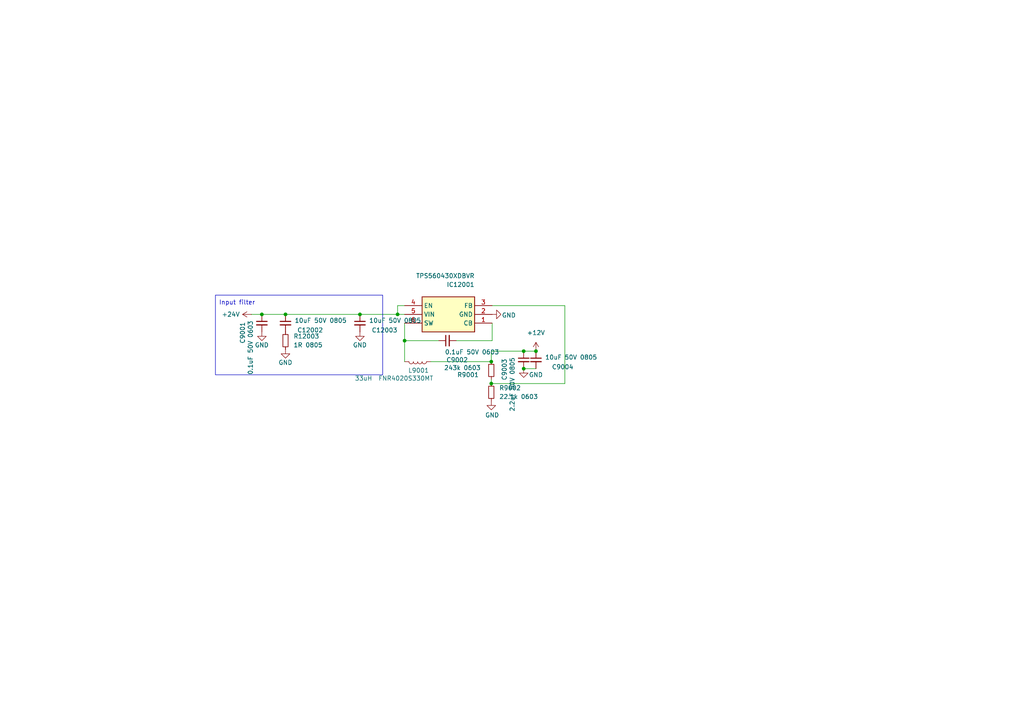
<source format=kicad_sch>
(kicad_sch (version 20231120) (generator "eeschema") (generator_version "8.0")
  (paper "A4")
  (lib_symbols
    (symbol "C_Small_1" (pin_numbers hide) (pin_names (offset 0.254) hide)
      (property "Reference" "C12002" (at 10.922 -2.032 0))
      (property "Value" "10uF 50V 0805" (at 17.78 0.762 0))
      (symbol "C_Small_1_0_1"
        (polyline (pts (xy -1.524 -0.508) (xy 1.524 -0.508)) (stroke (width 0.3302)))
        (polyline (pts (xy -1.524 0.508) (xy 1.524 0.508)) (stroke (width 0.3048)))
      )
      (symbol "C_Small_1_1_1"
        (pin passive line (at 0 2.54 270) (length 2.032) (name "~") (number "1"))
        (pin passive line (at 0 -2.54 90) (length 2.032) (name "~") (number "2"))
      )
    )
    (symbol "C_Small_2" (pin_numbers hide) (pin_names (offset 0.254) hide)
      (property "Reference" "C12003" (at 10.922 -2.032 0))
      (property "Value" "10uF 50V 0805" (at 17.78 0.762 0))
      (symbol "C_Small_2_0_1"
        (polyline (pts (xy -1.524 -0.508) (xy 1.524 -0.508)) (stroke (width 0.3302)))
        (polyline (pts (xy -1.524 0.508) (xy 1.524 0.508)) (stroke (width 0.3048)))
      )
      (symbol "C_Small_2_1_1"
        (pin passive line (at 0 2.54 270) (length 2.032) (name "~") (number "1"))
        (pin passive line (at 0 -2.54 90) (length 2.032) (name "~") (number "2"))
      )
    )
    (symbol "Device:C_Small" (pin_numbers hide) (pin_names (offset 0.254) hide)
      (property "Reference" "C" (at 0.254 1.778 0))
      (property "Value" "C_Small" (at 0.254 -2.032 0))
      (symbol "C_Small_0_1"
        (polyline (pts (xy -1.524 -0.508) (xy 1.524 -0.508)) (stroke (width 0.3302)))
        (polyline (pts (xy -1.524 0.508) (xy 1.524 0.508)) (stroke (width 0.3048)))
      )
      (symbol "C_Small_1_1"
        (pin passive line (at 0 2.54 270) (length 2.032) (name "~") (number "1"))
        (pin passive line (at 0 -2.54 90) (length 2.032) (name "~") (number "2"))
      )
    )
    (symbol "Device:L" (pin_numbers hide) (pin_names (offset 1.016) hide)
      (property "Reference" "L" (at -1.27 0 90))
      (property "Value" "L" (at 1.905 0 90))
      (symbol "L_0_1"
        (arc (start 0 -2.54) (mid 0.6323 -1.905) (end 0 -1.27))
        (arc (start 0 -1.27) (mid 0.6323 -0.635) (end 0 0))
        (arc (start 0 0) (mid 0.6323 0.635) (end 0 1.27))
        (arc (start 0 1.27) (mid 0.6323 1.905) (end 0 2.54))
      )
      (symbol "L_1_1"
        (pin passive line (at 0 3.81 270) (length 1.27) (name "1") (number "1"))
        (pin passive line (at 0 -3.81 90) (length 1.27) (name "2") (number "2"))
      )
    )
    (symbol "Device:R_Small" (pin_numbers hide) (pin_names (offset 0.254) hide)
      (property "Reference" "R" (at 0.762 0.508 0))
      (property "Value" "R_Small" (at 0.762 -1.016 0))
      (symbol "R_Small_0_1"
        (rectangle (start -0.762 1.778) (end 0.762 -1.778) (stroke (width 0.2032)))
      )
      (symbol "R_Small_1_1"
        (pin passive line (at 0 2.54 270) (length 0.762) (name "~") (number "1"))
        (pin passive line (at 0 -2.54 90) (length 0.762) (name "~") (number "2"))
      )
    )
    (symbol "R_Small_1" (pin_numbers hide) (pin_names (offset 0.254) hide)
      (property "Reference" "R12003" (at 2.286 1.2701 0))
      (property "Value" "1R 0805" (at 2.286 -1.2699 0))
      (symbol "R_Small_1_0_1"
        (rectangle (start -0.762 1.778) (end 0.762 -1.778) (stroke (width 0.2032)))
      )
      (symbol "R_Small_1_1_1"
        (pin passive line (at 0 2.54 270) (length 0.762) (name "~") (number "1"))
        (pin passive line (at 0 -2.54 90) (length 0.762) (name "~") (number "2"))
      )
    )
    (symbol "aaa:TPS560430XDBVR"
      (property "Reference" "IC12001" (at 5.08 -11.176 0))
      (property "Value" "TPS560430XDBVR" (at 5.08 -13.716 0))
      (symbol "TPS560430XDBVR_1_1"
        (rectangle (start 5.08 2.54) (end 20.32 -7.62) (stroke (width 0.254)) (fill (type background)))
        (pin passive line (at 0 0 0) (length 5.08) (name "CB") (number "1"))
        (pin passive line (at 0 -2.54 0) (length 5.08) (name "GND") (number "2"))
        (pin passive line (at 0 -5.08 0) (length 5.08) (name "FB") (number "3"))
        (pin passive line (at 25.4 -5.08 180) (length 5.08) (name "EN") (number "4"))
        (pin passive line (at 25.4 -2.54 180) (length 5.08) (name "VIN") (number "5"))
        (pin passive line (at 25.4 0 180) (length 5.08) (name "SW") (number "6"))
      )
    )
    (symbol "power:+12V" (power) (pin_numbers hide) (pin_names (offset 0) hide)
      (property "Value" "+12V" (at 0 3.556 0))
      (symbol "+12V_0_1"
        (polyline (pts (xy -0.762 1.27) (xy 0 2.54)))
        (polyline (pts (xy 0 0) (xy 0 2.54)))
        (polyline (pts (xy 0 2.54) (xy 0.762 1.27)))
      )
      (symbol "+12V_1_1"
        (pin power_in line (at 0 0 90) (length 0) (name "~") (number "1"))
      )
    )
    (symbol "power:+24V" (power) (pin_numbers hide) (pin_names (offset 0) hide)
      (property "Value" "+24V" (at 0 3.556 0))
      (symbol "+24V_0_1"
        (polyline (pts (xy -0.762 1.27) (xy 0 2.54)))
        (polyline (pts (xy 0 0) (xy 0 2.54)))
        (polyline (pts (xy 0 2.54) (xy 0.762 1.27)))
      )
      (symbol "+24V_1_1"
        (pin power_in line (at 0 0 90) (length 0) (name "~") (number "1"))
      )
    )
    (symbol "power:GND" (power) (pin_names (offset 0))
      (property "Value" "GND" (at 0 -3.81 0))
      (symbol "GND_0_1"
        (polyline (pts (xy 0 0) (xy 0 -1.27) (xy 1.27 -1.27) (xy 0 -2.54) (xy -1.27 -1.27) (xy 0 -1.27)))
      )
      (symbol "GND_1_1"
        (pin power_in line (at 0 0 270) (length 0) hide (name "GND") (number "1"))
      )
    )
  )
  (junction (at 155.448 101.854))
  (junction (at 115.316 91.186))
  (junction (at 117.348 98.806))
  (junction (at 82.804 91.186))
  (junction (at 151.892 101.854))
  (junction (at 151.892 106.934))
  (junction (at 142.494 104.902))
  (junction (at 75.946 91.186))
  (junction (at 142.494 111.252))
  (junction (at 104.394 91.186))
  (wire (pts (xy 142.494 104.902) (xy 142.494 101.854)))
  (wire (pts (xy 142.494 109.982) (xy 142.494 111.252)))
  (wire (pts (xy 142.494 101.854) (xy 151.892 101.854)))
  (wire (pts (xy 82.804 91.186) (xy 104.394 91.186)))
  (wire (pts (xy 117.348 88.646) (xy 115.316 88.646)))
  (wire (pts (xy 75.946 91.186) (xy 72.898 91.186)))
  (wire (pts (xy 82.804 91.186) (xy 75.946 91.186)))
  (wire (pts (xy 117.348 93.726) (xy 117.348 98.806)))
  (wire (pts (xy 117.348 104.902) (xy 117.348 98.806)))
  (wire (pts (xy 132.334 98.806) (xy 142.748 98.806)))
  (wire (pts (xy 115.316 88.646) (xy 115.316 91.186)))
  (wire (pts (xy 142.494 111.252) (xy 163.83 111.252)))
  (wire (pts (xy 142.748 88.646) (xy 163.83 88.646)))
  (wire (pts (xy 115.316 91.186) (xy 117.348 91.186)))
  (wire (pts (xy 104.394 91.186) (xy 115.316 91.186)))
  (wire (pts (xy 151.892 106.934) (xy 155.448 106.934)))
  (wire (pts (xy 163.83 111.252) (xy 163.83 88.646)))
  (wire (pts (xy 142.748 98.806) (xy 142.748 93.726)))
  (wire (pts (xy 124.968 104.902) (xy 142.494 104.902)))
  (wire (pts (xy 117.348 98.806) (xy 127.254 98.806)))
  (wire (pts (xy 151.892 101.854) (xy 155.448 101.854)))
  (rectangle (start 62.484 85.598) (end 110.998 108.712))
  (text "Input filter" (at 63.5 88.646 0) (effects (font (size 1.27 1.27)) (justify left bottom)))
  (symbol (lib_id "power:GND") (at 75.946 96.266 0) (unit 1)
    (property "Reference" "#PWR012002" (effects (hide yes)))
    (property "Value" "GND" (at 77.978 100.076 0) (effects (justify right)))
  )
  (symbol (lib_id "Device:C_Small") (at 151.892 104.394 0) (unit 1)
    (property "Reference" "C9003" (at 146.304 107.188 90))
    (property "Value" "2.2uF 50V 0805" (at 148.59 111.506 90))
    (property "Footprint" "Capacitor_SMD:C_0805_2012Metric" (effects (hide yes)))
    (property "LCSC" "C377773" (effects (hide yes)))
    (instances (project "stm32h7_base" (path "" (reference "C9003") (unit 1))) (project "simplicity_analog_1" (path "" (reference "C12007") (unit 1))))
  )
  (symbol (lib_id "aaa:TPS560430XDBVR") (at 142.748 93.726 180) (unit 1)
    (property "Reference" "IC12001" (at 137.668 82.55 0) (effects (justify left)))
    (property "Value" "TPS560430XDBVR" (at 137.668 80.01 0) (effects (justify left)))
    (property "Footprint" "Package_TO_SOT_SMD:SOT-23-6" (effects (hide yes)))
    (property "Datasheet" "http://www.ti.com/lit/gpn/tps560430" (effects (hide yes)))
    (property "Description" "SIMPLE SWITCHER 36-V, 600-mA Buck Regulator With High-Efficiency Sleep Mode" (effects (hide yes)))
    (property "Height" "1.45" (effects (hide yes)))
    (property "Manufacturer_Name" "Texas Instruments" (effects (hide yes)))
    (property "Manufacturer_Part_Number" "TPS560430XDBVR" (effects (hide yes)))
    (property "Mouser Part Number" "595-TPS560430XDBVR" (effects (hide yes)))
    (property "Mouser Price/Stock" "https://www.mouser.co.uk/ProductDetail/Texas-Instruments/TPS560430XDBVR?qs=%252BEew9%252B0nqrDFUDwUxL0Ntw%3D%3D" (effects (hide yes)))
    (property "Arrow Part Number" "TPS560430XDBVR" (effects (hide yes)))
    (property "Arrow Price/Stock" "https://www.arrow.com/en/products/tps560430xdbvr/texas-instruments?region=nac" (effects (hide yes)))
  )
  (symbol (lib_id "power:GND") (at 104.394 96.266 0) (unit 1)
    (property "Reference" "#PWR012008" (effects (hide yes)))
    (property "Value" "GND" (at 106.426 100.076 0) (effects (justify right)))
  )
  (symbol (lib_id "Device:L") (at 121.158 104.902 270) (unit 1)
    (property "Reference" "L9001" (at 121.412 107.442 90))
    (property "Value" "33uH  FNR4020S330MT" (at 114.3 109.728 90))
    (property "Footprint" "aaa:INDPM4040X300N" (effects (hide yes)))
    (property "Description" "Inductor" (effects (hide yes)))
    (property "LCSC" "C167840" (effects (hide yes)))
    (instances (project "stm32h7_base" (path "" (reference "L9001") (unit 1))) (project "simplicity_analog_1" (path "" (reference "L12001") (unit 1))))
  )
  (symbol (lib_id "Device:R_Small") (at 142.494 113.792 0) (unit 1)
    (property "Reference" "R9002" (at 144.78 112.5219 0) (effects (justify left)))
    (property "Value" "22.1k 0603" (at 144.78 115.0619 0) (effects (justify left)))
    (property "Footprint" "Resistor_SMD:R_0603_1608Metric" (effects (hide yes)))
    (property "Description" "Resistor, small symbol" (effects (hide yes)))
    (property "LCSC" "C25961" (effects (hide yes)))
    (instances (project "stm32h7_base" (path "" (reference "R9002") (unit 1))) (project "simplicity_analog_1" (path "" (reference "R12002") (unit 1))))
  )
  (symbol (lib_name "C_Small_2") (lib_id "Device:C_Small") (at 104.394 93.726 0) (unit 1)
    (property "Reference" "C12003" (at 115.316 95.758 0) (effects (justify right)))
    (property "Value" "10uF 50V 0805" (at 122.174 92.964 0) (effects (justify right)))
    (property "Footprint" "Capacitor_SMD:C_0805_2012Metric" (effects (hide yes)))
    (property "LCSC" "C440198" (effects (hide yes)))
  )
  (symbol (lib_name "C_Small_1") (lib_id "Device:C_Small") (at 82.804 93.726 0) (unit 1)
    (property "Reference" "C12002" (at 93.726 95.758 0) (effects (justify right)))
    (property "Value" "10uF 50V 0805" (at 100.584 92.964 0) (effects (justify right)))
    (property "Footprint" "Capacitor_SMD:C_0805_2012Metric" (effects (hide yes)))
    (property "LCSC" "C440198" (effects (hide yes)))
  )
  (symbol (lib_id "Device:C_Small") (at 75.946 93.726 0) (unit 1)
    (property "Reference" "C9001" (at 70.358 96.52 90))
    (property "Value" "0.1uF 50V 0603" (at 72.644 100.838 90))
    (property "Footprint" "Capacitor_SMD:C_0603_1608Metric" (effects (hide yes)))
    (property "Description" "Unpolarized capacitor, small symbol" (effects (hide yes)))
    (property "LCSC" "C14663" (effects (hide yes)))
    (instances (project "stm32h7_base" (path "" (reference "C9001") (unit 1))) (project "simplicity_analog_1" (path "" (reference "C12001") (unit 1))))
  )
  (symbol (lib_id "Device:R_Small") (at 142.494 107.442 0) (unit 1)
    (property "Reference" "R9001" (at 132.588 108.712 0) (effects (justify left)))
    (property "Value" "243k 0603" (at 128.778 106.68 0) (effects (justify left)))
    (property "Footprint" "Resistor_SMD:R_0603_1608Metric" (effects (hide yes)))
    (property "Description" "Resistor, small symbol" (effects (hide yes)))
    (property "LCSC" "C23351" (effects (hide yes)))
    (instances (project "stm32h7_base" (path "" (reference "R9001") (unit 1))) (project "simplicity_analog_1" (path "" (reference "R12001") (unit 1))))
  )
  (symbol (lib_id "power:GND") (at 142.748 91.186 90) (unit 1)
    (property "Reference" "#PWR012004" (effects (hide yes)))
    (property "Value" "GND" (at 145.542 91.44 90) (effects (justify right)))
  )
  (symbol (lib_id "power:GND") (at 151.892 106.934 0) (unit 1)
    (property "Reference" "#PWR012005" (effects (hide yes)))
    (property "Value" "GND" (at 157.48 108.712 0) (effects (justify right)))
  )
  (symbol (lib_id "Device:C_Small") (at 155.448 104.394 0) (unit 1)
    (property "Reference" "C9004" (at 166.37 106.426 0) (effects (justify right)))
    (property "Value" "10uF 50V 0805" (at 173.228 103.632 0) (effects (justify right)))
    (property "Footprint" "Capacitor_SMD:C_0805_2012Metric" (effects (hide yes)))
    (property "LCSC" "C440198" (effects (hide yes)))
    (instances (project "stm32h7_base" (path "" (reference "C9004") (unit 1))) (project "simplicity_analog_1" (path "" (reference "C12008") (unit 1))))
  )
  (symbol (lib_id "power:+12V") (at 155.448 101.854 0) (unit 1)
    (property "Reference" "#PWR012006" (effects (hide yes)))
    (property "Value" "+12V" (at 155.448 96.52 0))
    (property "Description" "Power symbol creates a global label with name \"+12V\"" (effects (hide yes)))
  )
  (symbol (lib_id "power:GND") (at 142.494 116.332 0) (unit 1)
    (property "Reference" "#PWR012003" (effects (hide yes)))
    (property "Value" "GND" (at 144.78 120.396 0) (effects (justify right)))
  )
  (symbol (lib_id "Device:C_Small") (at 129.794 98.806 90) (unit 1)
    (property "Reference" "C9002" (at 132.588 104.394 90))
    (property "Value" "0.1uF 50V 0603" (at 136.906 102.108 90))
    (property "Footprint" "Capacitor_SMD:C_0603_1608Metric" (effects (hide yes)))
    (property "Description" "Unpolarized capacitor, small symbol" (effects (hide yes)))
    (property "LCSC" "C14663" (effects (hide yes)))
    (instances (project "stm32h7_base" (path "" (reference "C9002") (unit 1))) (project "simplicity_analog_1" (path "" (reference "C12006") (unit 1))))
  )
  (symbol (lib_id "power:+24V") (at 72.898 91.186 90) (unit 1)
    (property "Reference" "#PWR012001" (effects (hide yes)))
    (property "Value" "+24V" (at 69.596 91.1859 90) (effects (justify left)))
    (property "Description" "Power symbol creates a global label with name \"+24V\"" (effects (hide yes)))
  )
  (symbol (lib_id "power:GND") (at 82.804 101.346 0) (unit 1)
    (property "Reference" "#PWR012007" (effects (hide yes)))
    (property "Value" "GND" (at 84.836 105.156 0) (effects (justify right)))
  )
  (symbol (lib_name "R_Small_1") (lib_id "Device:R_Small") (at 82.804 98.806 0) (unit 1)
    (property "Reference" "R12003" (at 85.09 97.5359 0) (effects (justify left)))
    (property "Value" "1R 0805" (at 85.09 100.0759 0) (effects (justify left)))
    (property "Footprint" "Resistor_SMD:R_0805_2012Metric" (effects (hide yes)))
    (property "Description" "Resistor, small symbol" (effects (hide yes)))
    (property "LCSC" "C25271" (effects (hide yes)))
  )
)
</source>
